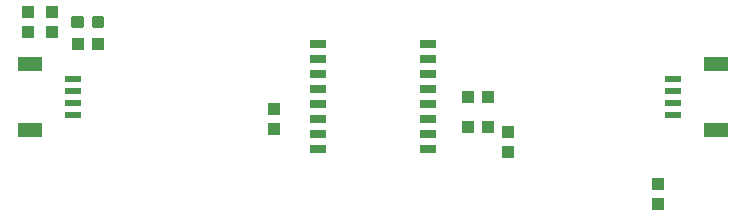
<source format=gtp>
G04 EAGLE Gerber RS-274X export*
G75*
%MOMM*%
%FSLAX34Y34*%
%LPD*%
%INSolderpaste Top*%
%IPPOS*%
%AMOC8*
5,1,8,0,0,1.08239X$1,22.5*%
G01*
%ADD10R,2.000000X1.200000*%
%ADD11R,1.350000X0.600000*%
%ADD12R,1.000000X1.100000*%
%ADD13R,1.397000X0.647700*%
%ADD14R,1.100000X1.000000*%
%ADD15C,0.300000*%


D10*
X14050Y218500D03*
X14050Y162500D03*
D11*
X50800Y205500D03*
X50800Y195500D03*
X50800Y185500D03*
X50800Y175500D03*
D12*
X220980Y162950D03*
X220980Y179950D03*
D10*
X595550Y162500D03*
X595550Y218500D03*
D11*
X558800Y175500D03*
X558800Y185500D03*
X558800Y195500D03*
X558800Y205500D03*
D12*
X33020Y245500D03*
X33020Y262500D03*
X12700Y245500D03*
X12700Y262500D03*
D13*
X351300Y146050D03*
X351300Y158750D03*
X351300Y171450D03*
X351300Y184150D03*
X351300Y196850D03*
X351300Y209550D03*
X351300Y222250D03*
X351300Y234950D03*
X258300Y234950D03*
X258300Y222250D03*
X258300Y209550D03*
X258300Y196850D03*
X258300Y184150D03*
X258300Y171450D03*
X258300Y158750D03*
X258300Y146050D03*
D14*
X402200Y190500D03*
X385200Y190500D03*
X402200Y165100D03*
X385200Y165100D03*
D12*
X419100Y160900D03*
X419100Y143900D03*
X546100Y116450D03*
X546100Y99450D03*
D14*
X55000Y234950D03*
X72000Y234950D03*
D15*
X68770Y250500D02*
X68770Y257500D01*
X75770Y257500D01*
X75770Y250500D01*
X68770Y250500D01*
X68770Y253350D02*
X75770Y253350D01*
X75770Y256200D02*
X68770Y256200D01*
X51230Y257500D02*
X51230Y250500D01*
X51230Y257500D02*
X58230Y257500D01*
X58230Y250500D01*
X51230Y250500D01*
X51230Y253350D02*
X58230Y253350D01*
X58230Y256200D02*
X51230Y256200D01*
M02*

</source>
